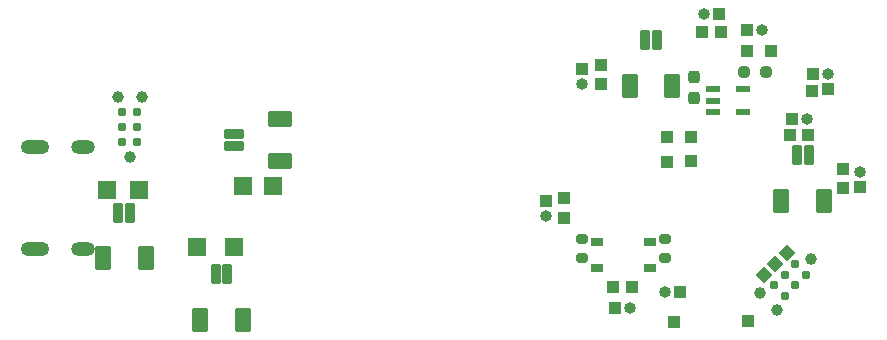
<source format=gbs>
G04 #@! TF.GenerationSoftware,KiCad,Pcbnew,8.0.6*
G04 #@! TF.CreationDate,2025-07-21T23:51:58+02:00*
G04 #@! TF.ProjectId,nRF5340,6e524635-3334-4302-9e6b-696361645f70,rev?*
G04 #@! TF.SameCoordinates,Original*
G04 #@! TF.FileFunction,Soldermask,Bot*
G04 #@! TF.FilePolarity,Negative*
%FSLAX46Y46*%
G04 Gerber Fmt 4.6, Leading zero omitted, Abs format (unit mm)*
G04 Created by KiCad (PCBNEW 8.0.6) date 2025-07-21 23:51:58*
%MOMM*%
%LPD*%
G01*
G04 APERTURE LIST*
G04 Aperture macros list*
%AMRoundRect*
0 Rectangle with rounded corners*
0 $1 Rounding radius*
0 $2 $3 $4 $5 $6 $7 $8 $9 X,Y pos of 4 corners*
0 Add a 4 corners polygon primitive as box body*
4,1,4,$2,$3,$4,$5,$6,$7,$8,$9,$2,$3,0*
0 Add four circle primitives for the rounded corners*
1,1,$1+$1,$2,$3*
1,1,$1+$1,$4,$5*
1,1,$1+$1,$6,$7*
1,1,$1+$1,$8,$9*
0 Add four rect primitives between the rounded corners*
20,1,$1+$1,$2,$3,$4,$5,0*
20,1,$1+$1,$4,$5,$6,$7,0*
20,1,$1+$1,$6,$7,$8,$9,0*
20,1,$1+$1,$8,$9,$2,$3,0*%
%AMRotRect*
0 Rectangle, with rotation*
0 The origin of the aperture is its center*
0 $1 length*
0 $2 width*
0 $3 Rotation angle, in degrees counterclockwise*
0 Add horizontal line*
21,1,$1,$2,0,0,$3*%
G04 Aperture macros list end*
%ADD10R,1.000000X1.000000*%
%ADD11O,1.000000X1.000000*%
%ADD12RoundRect,0.237500X-0.250000X-0.237500X0.250000X-0.237500X0.250000X0.237500X-0.250000X0.237500X0*%
%ADD13R,0.990600X0.711200*%
%ADD14RoundRect,0.237500X0.237500X-0.300000X0.237500X0.300000X-0.237500X0.300000X-0.237500X-0.300000X0*%
%ADD15R,1.250000X0.500000*%
%ADD16RoundRect,0.200000X-0.275000X0.200000X-0.275000X-0.200000X0.275000X-0.200000X0.275000X0.200000X0*%
%ADD17RoundRect,0.200000X0.275000X-0.200000X0.275000X0.200000X-0.275000X0.200000X-0.275000X-0.200000X0*%
%ADD18RoundRect,0.102000X0.300000X0.775000X-0.300000X0.775000X-0.300000X-0.775000X0.300000X-0.775000X0*%
%ADD19RoundRect,0.102000X0.600000X0.900000X-0.600000X0.900000X-0.600000X-0.900000X0.600000X-0.900000X0*%
%ADD20RotRect,1.000000X1.000000X225.000000*%
%ADD21C,0.990600*%
%ADD22C,0.787400*%
%ADD23O,2.004000X1.204000*%
%ADD24O,2.404000X1.204000*%
%ADD25R,1.500000X1.500000*%
%ADD26RoundRect,0.102000X-0.775000X0.300000X-0.775000X-0.300000X0.775000X-0.300000X0.775000X0.300000X0*%
%ADD27RoundRect,0.102000X-0.900000X0.600000X-0.900000X-0.600000X0.900000X-0.600000X0.900000X0.600000X0*%
G04 APERTURE END LIST*
D10*
X187720000Y-133100000D03*
D11*
X188990001Y-133100000D03*
D10*
X200880000Y-111350000D03*
D12*
X198642500Y-113125000D03*
X200467500Y-113125000D03*
D13*
X186149996Y-129704998D03*
X190649999Y-129704998D03*
X186149997Y-127555000D03*
X190650000Y-127555000D03*
D10*
X204410000Y-114715000D03*
X187480000Y-131355000D03*
X189130000Y-131355000D03*
X192700000Y-134285000D03*
D14*
X194380000Y-115312500D03*
X194380000Y-113587500D03*
D10*
X186485000Y-114172500D03*
D15*
X196030002Y-116499998D03*
X196030000Y-115550000D03*
X196029998Y-114599998D03*
X198529998Y-114600002D03*
X198530002Y-116500002D03*
D16*
X191905000Y-127240000D03*
X191905000Y-128890000D03*
D17*
X184905000Y-128875000D03*
X184905000Y-127225000D03*
D10*
X183360000Y-125485000D03*
D18*
X191255000Y-110425000D03*
X190255000Y-110425000D03*
D19*
X192555000Y-114300000D03*
X188955000Y-114300000D03*
D10*
X196700000Y-109705000D03*
D20*
X202230000Y-128415000D03*
D10*
X204420000Y-113285000D03*
X194090000Y-118665000D03*
D21*
X204303094Y-128949935D03*
X201429407Y-133260459D03*
X199992566Y-131823618D03*
D22*
X203854074Y-130296973D03*
X202956052Y-129398949D03*
X202956051Y-131195000D03*
X202058025Y-130296974D03*
X202058024Y-132093025D03*
X201160002Y-131195001D03*
D10*
X204040000Y-118425000D03*
X194090000Y-120695000D03*
X195020000Y-109715000D03*
D18*
X204080000Y-120150000D03*
X203080000Y-120150000D03*
D19*
X205380000Y-124025000D03*
X201780000Y-124025000D03*
D10*
X192070000Y-120715000D03*
X206980000Y-122975000D03*
X202530000Y-118415000D03*
X192070000Y-118665000D03*
D20*
X200270000Y-130335000D03*
D10*
X206970000Y-121305000D03*
D20*
X201260000Y-129365000D03*
D10*
X183350000Y-123765000D03*
X198864999Y-109544999D03*
D11*
X200135000Y-109544999D03*
D10*
X186485000Y-112522500D03*
X196454997Y-108205000D03*
D11*
X195184996Y-108205000D03*
D10*
X198960000Y-134235000D03*
X198855000Y-111375000D03*
X202645001Y-117065000D03*
D11*
X203915002Y-117065000D03*
D10*
X181810000Y-124045000D03*
D11*
X181810000Y-125315000D03*
D10*
X193230001Y-131715001D03*
D11*
X191960000Y-131715001D03*
D10*
X208444999Y-122879999D03*
D11*
X208444999Y-121609998D03*
D10*
X205734998Y-114550001D03*
D11*
X205734998Y-113280000D03*
D10*
X184920000Y-112852500D03*
D11*
X184920000Y-114122500D03*
D23*
X142612499Y-119495748D03*
D24*
X138612498Y-119495747D03*
D23*
X142612499Y-128135750D03*
D24*
X138612498Y-128135753D03*
D25*
X156175000Y-122800000D03*
D18*
X154875001Y-130249999D03*
X153875000Y-130250000D03*
D19*
X156175000Y-134125000D03*
X152575000Y-134125000D03*
D25*
X158725000Y-122800000D03*
X152300000Y-127900000D03*
X144700003Y-123124999D03*
D18*
X146650001Y-125024998D03*
X145650001Y-125024998D03*
D19*
X147950000Y-128900000D03*
X144350000Y-128900000D03*
D21*
X146615001Y-120360002D03*
X147631004Y-115279997D03*
X145599002Y-115279996D03*
D22*
X145980004Y-119089996D03*
X147250001Y-119089998D03*
X145980002Y-117819998D03*
X147250002Y-117819998D03*
X145980003Y-116549998D03*
X147250000Y-116550000D03*
D26*
X155425000Y-118374999D03*
X155424999Y-119375001D03*
D27*
X159300000Y-117075000D03*
X159300000Y-120675000D03*
D25*
X147375000Y-123100000D03*
X155475000Y-127925000D03*
M02*

</source>
